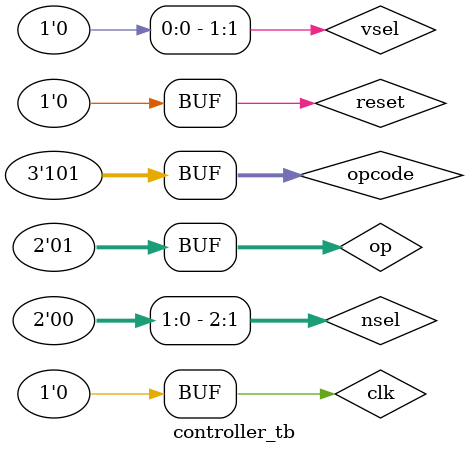
<source format=v>
/*module controller(clk, reset, opcode, op, cond, incp, execb, msel, mwrite, loadir, nsel, vsel, write, loada, loadb, loadc, loads, asel, bsel);
  input reset, clk;
  input [2:0] opcode, cond;
  input [1:0] op;
  output loadir, incp, execb, msel, mwrite, loada, loadb, loadc, loads, asel, bsel, write;
  output [2:0] nsel;
  output [1:0] vsel;
  wire [4:0] current_state, next_state_reset;
  reg [4:0] next_state;
  reg [16:0] out;
  //incp(1),execb(1),msel(1),mwrite(1),loadir(1),nsel(3),vsel(2),write(1),loada(1),loadb(1),loadc(1),loads(1),asel(1),bsel(1)
  `define HW  5
  `define H0  5'b00000//1st state after reset
  `define H1  5'b00001//2nd state
  `define H2  5'b00010//loadIR
  `define H3  5'b00011//update PC
  `define H4  5'b00100
  `define H5  5'b00101//read decode (opcode)
  `define H6  5'b00110//1st step in operation
  `define H7  5'b00111//2nd step in operation
  `define H8  5'b01000//3rd step in operation
  `define H9  5'b01001//4th step in operation
  `define H10 5'b01010
  `define H11 5'b01011

  vDFFE #(`HW) STATE(clk,1'b1, next_state_reset,current_state);
  assign next_state_reset= reset ? `H0 : next_state;

  always @(*) begin
    casex ({current_state,opcode,op})
    {`H0,3'bxxx,2'bxx} : {next_state,out} = {`H1,17'b00000000000000000};//1st state after reset
    {`H1,3'bxxx,2'bxx} : {next_state,out} = {`H2,17'b00000000000000000};//2nd state after reset
    {`H2,3'bxxx,2'bxx} : {next_state,out} = {`H3,17'b00001000000000000};//loadIR
    {`H3,3'bxxx,2'bxx} : {next_state,out} = {`H4,17'b10000000000000000};//update PC
    {`H4,3'bxxx,2'bxx} : {next_state,out} = {`H5,17'b00000000000000000};
    {`H5,3'bxxx,2'bxx} : {next_state,out} = {`H6,17'b00000000000000000};//decode state (reading decode)

    {`H6,3'b110,2'b10} : {next_state,out[16:12],out[11:9],out[8:0]} = {`H7,5'b00000,3'b001,9'b111000000}; //mov Rn,#<imm8>
    {`H7,3'b110,2'b10} : {next_state,out[16:12],out[11:9],out[8:0]} = {`H8,5'b00000,3'b100,9'b000001010};
    {`H8,3'b110,2'b10} : {next_state,out[16:12],out[11:9],out[8:0]} = {`H2,5'b00000,3'b010,9'b100000000};

    {`H6,3'b110,2'b00} : {next_state,out[16:12],out[11:9],out[8:0]} = {`H7,5'b00000,3'b100,9'b000010000}; //mov Rd,Rm{,<sh_op>}
    {`H7,3'b110,2'b00} : {next_state,out[16:12],out[11:9],out[8:0]} = {`H8,5'b00000,3'b100,9'b000001010};
    {`H8,3'b110,2'b00} : {next_state,out[16:12],out[11:9],out[8:0]} = {`H2,5'b00000,3'b010,9'b100000000};

    {`H6,3'b101,2'bx0} : {next_state,out[16:12],out[11:9],out[8:0]} = {`H7,5'b00000,3'b100,9'b000010000}; //ADD & AND
    {`H7,3'b101,2'bx0} : {next_state,out[16:12],out[11:9],out[8:0]} = {`H8,5'b00000,3'b001,9'b000100000};
    {`H8,3'b101,2'bx0} : {next_state,out[16:12],out[11:9],out[8:0]} = {`H9,5'b00000,3'b100,9'b000001000};
    {`H9,3'b101,2'bx0} : {next_state,out[16:12],out[11:9],out[8:0]} = {`H2,5'b00000,3'b010,9'b001000000};

    {`H6,3'b101,2'b11} : {next_state,out[16:12],out[11:9],out[8:0]} = {`H7,5'b00000,3'b100,9'b000010000}; //MVN
    {`H7,3'b101,2'b11} : {next_state,out[16:12],out[11:9],out[8:0]} = {`H8,5'b00000,3'b100,9'b000001010};
    {`H8,3'b101,2'b11} : {next_state,out[16:12],out[11:9],out[8:0]} = {`H2,5'b00000,3'b010,9'b001000000};

    {`H6,3'b101,2'b01} : {next_state,out[16:12],out[11:9],out[8:0]} = {`H7,5'b00000,3'b100,9'b000010000}; //CMP
    {`H7,3'b101,2'b01} : {next_state,out[16:12],out[11:9],out[8:0]} = {`H2,5'b00000,3'b001,9'b000100000};


    {`H5,3'b001,2'bxx} : {next_state,out[16:12],out[11:9],out[8:0]} = {`H6,5'b01000,3'b000,9'b000000000}; //B
    {`H6,3'b001,2'bxx} : {next_state,out[16:12],out[11:9],out[8:0]} = {`H2,5'b01000,3'b000,9'b000000000};
    default : {next_state,out}={22{1'bx}};
    endcase
  end
   //loadpc(1),msel(1),mwrite(1),loadir(1),nsel(3),vsel(2),write(1),looada(1),looadb(1),looadc(1),looads(1),asel(1),bsel(1)
  assign {incp,execb,msel,mwrite,loadir}={out[16:12]};
  assign {nsel,vsel}={out[11:7]};
  assign {write,loada,loadb,loadc,loads,asel,bsel}={out[6:0]};
endmodule*/

`define SET_PC1     5'b00000
`define SET_PC2     5'b00001
`define L_IR        5'b00010
`define UPDATE_PC1  5'b00011
`define UPDATE_PC2  5'b00100
`define DEC_READ_RN 5'b00101
`define MOV1        5'b00110
`define MOV2        5'b00111
`define MOV3        5'b01000
`define ALU1        5'b01001
`define ALU2        5'b01010
`define ALU3        5'b01011
`define ALU4        5'b01100
`define MEM1a       5'b01101
`define MEM2a       5'b01110
`define MEM3a       5'b01111
`define MEM4a       5'b10000
`define MEM1b       5'b10001
`define MEM2b       5'b10010
`define MEM3b       5'b10011
`define MEM4b       5'b10100
`define BRN1        5'b10101
`define BRN2        5'b10110
module controller(clk, reset, opcode, op, loadir, incp, execb, msel, mwrite, loada, loadb,
            asel, bsel, loadc, loads, write, nsel, vsel);
  input clk, reset;
  input [2:0] opcode;
  input [1:0] op;
  output loadir, incp, execb, msel, mwrite, loada, loadb, asel, bsel, loadc, loads, write;
  reg loadir, incp, execb, msel, mwrite, loada, loadb, asel, bsel, loadc, loads, write;
  output [1:0] nsel, vsel;
  reg [1:0] nsel, vsel;
  wire [4:0] state;
  reg [4:0] next_state;
  wire [4:0] next_state_reset;

  always @(*) begin
    casex({state, opcode, op})
      {`SET_PC1, 5'bxxxxx}: {next_state, loadir, incp, execb, msel, mwrite, nsel, vsel, loada, loadb, asel, bsel, loadc, loads, write} =
               {`SET_PC2, 16'b0000000000000000};
      {`SET_PC2, 5'bxxxxx}: {next_state, loadir, incp, execb, msel, mwrite, nsel, vsel, loada, loadb, asel, bsel, loadc, loads, write} =
               {`L_IR, 16'b0000000000000000};
      {`L_IR, 5'bxxxxx}: {next_state, loadir, incp, execb, msel, mwrite, nsel, vsel, loada, loadb, asel, bsel, loadc, loads, write} =
               {`UPDATE_PC1, 16'b1000000000000000};
      {`UPDATE_PC1, 5'bxxxxx}: {next_state, loadir, incp, execb, msel, mwrite, nsel, vsel, loada, loadb, asel, bsel, loadc, loads, write} =
               {`UPDATE_PC2, 16'b0100000000000000};
      {`UPDATE_PC2, 5'bxxxxx}: {next_state, loadir, incp, execb, msel, mwrite, nsel, vsel, loada, loadb, asel, bsel, loadc, loads, write} =
               {`DEC_READ_RN, 16'b0000000000000000};
      {`DEC_READ_RN, 5'b110x0}: {next_state, loadir, incp, execb, msel, mwrite, nsel, vsel, loada, loadb, asel, bsel, loadc, loads, write} =
               {`MOV1, 16'b0000000000000000};
      {`DEC_READ_RN, 5'b101xx}: {next_state, loadir, incp, execb, msel, mwrite, nsel, vsel, loada, loadb, asel, bsel, loadc, loads, write} =
               {`ALU1, 16'b0000000000000000};
      {`DEC_READ_RN, 5'b01100}: {next_state, loadir, incp, execb, msel, mwrite, nsel, vsel, loada, loadb, asel, bsel, loadc, loads, write} =
               {`MEM1a, 16'b0000000000000000};
      {`DEC_READ_RN, 5'b10000}: {next_state, loadir, incp, execb, msel, mwrite, nsel, vsel, loada, loadb, asel, bsel, loadc, loads, write} =
               {`MEM1b, 16'b0000000000000000};
      {`DEC_READ_RN, 5'b001xx}: {next_state, loadir, incp, execb, msel, mwrite, nsel, vsel, loada, loadb, asel, bsel, loadc, loads, write} =
               {`BRN1, 16'b0000000000000000};
      {`MOV1, 5'bxxx10}: {next_state, loadir, incp, execb,  msel, mwrite, nsel, vsel, loada, loadb, asel, bsel, loadc, loads, write} =
               {`L_IR, 16'b0000010100000001};
      {`MOV1, 5'bxxx00}: {next_state, loadir, incp, execb, msel, mwrite, nsel, vsel, loada, loadb, asel, bsel, loadc, loads, write} =
               {`MOV2, 16'b0000000000100000};
      {`MOV2, 5'bxxx00}: {next_state, loadir, incp, execb, msel, mwrite, nsel, vsel, loada, loadb, asel, bsel, loadc, loads, write} =
               {`MOV3, 16'b0000000000010100};
      {`MOV3, 5'bxxx00}: {next_state, loadir, incp, execb, msel, mwrite, nsel, vsel, loada, loadb, asel, bsel, loadc, loads, write} =
               {`L_IR, 16'b0000001000000001};
      {`ALU1, 5'bxxx00}: {next_state, loadir, incp, execb, msel, mwrite, nsel, vsel, loada, loadb, asel, bsel, loadc, loads, write} =
               {`ALU2, 16'b0000000000100000};
      {`ALU2, 5'bxxx00}: {next_state, loadir, incp, execb, msel, mwrite, nsel, vsel, loada, loadb, asel, bsel, loadc, loads, write} =
               {`ALU3, 16'b0000010001000000};
      {`ALU3, 5'bxxx00}: {next_state, loadir, incp, execb, msel, mwrite, nsel, vsel, loada, loadb, asel, bsel, loadc, loads, write} =
               {`ALU4, 16'b0000000000000100};
      {`ALU4, 5'bxxx00}: {next_state, loadir, incp, execb, msel, mwrite, nsel, vsel, loada, loadb, asel, bsel, loadc, loads, write} =
               {`L_IR, 16'b0000001000000001};
      {`ALU1, 5'bxxx01}: {next_state, loadir, incp, execb, msel, mwrite, nsel, vsel, loada, loadb, asel, bsel, loadc, loads, write} =
               {`ALU2, 16'b0000000000100000};
      {`ALU2, 5'bxxx01}: {next_state, loadir, incp, execb, msel, mwrite, nsel, vsel, loada, loadb, asel, bsel, loadc, loads, write} =
               {`ALU3, 16'b0000010001000000};
      {`ALU3, 5'bxxx01}: {next_state, loadir, incp, execb, msel, mwrite, nsel, vsel, loada, loadb, asel, bsel, loadc, loads, write} =
               {`L_IR, 16'b0000000000000010};
      {`ALU1, 5'bxxx10}: {next_state, loadir, incp, execb, msel, mwrite, nsel, vsel, loada, loadb, asel, bsel, loadc, loads, write} =
               {`ALU2, 16'b0000000000100000};
      {`ALU2, 5'bxxx10}: {next_state, loadir, incp, execb, msel, mwrite, nsel, vsel, loada, loadb, asel, bsel, loadc, loads, write} =
               {`ALU3, 16'b0000010001000000};
      {`ALU3, 5'bxxx10}: {next_state, loadir, incp, execb, msel, mwrite, nsel, vsel, loada, loadb, asel, bsel, loadc, loads, write} =
               {`ALU4, 16'b0000000000000100};
      {`ALU4, 5'bxxx10}: {next_state, loadir, incp, execb, msel, mwrite, nsel, vsel, loada, loadb, asel, bsel, loadc, loads, write} =
               {`L_IR, 16'b0000001000000001};
      {`ALU1, 5'bxxx11}: {next_state, loadir, incp, execb, msel, mwrite, nsel, vsel, loada, loadb, asel, bsel, loadc, loads, write} =
               {`ALU2, 16'b0000000000100000};
      {`ALU2, 5'bxxx11}: {next_state, loadir, incp, execb, msel, mwrite, nsel, vsel, loada, loadb, asel, bsel, loadc, loads, write} =
               {`ALU3, 16'b0000000000010100};
      {`ALU3, 5'bxxx11}: {next_state, loadir, incp, execb, msel, mwrite, nsel, vsel, loada, loadb, asel, bsel, loadc, loads, write} =
               {`L_IR, 16'b0000001000000001};
      {`MEM1a, 5'b011xx}: {next_state, loadir, incp, execb, msel, mwrite, nsel, vsel, loada, loadb, asel, bsel, loadc, loads, write} =
               {`MEM2a, 16'b0000010001000000};
      {`MEM2a, 5'b011xx}: {next_state, loadir, incp, execb, msel, mwrite, nsel, vsel, loada, loadb, asel, bsel, loadc, loads, write} =
               {`MEM3a, 16'b0000000000001100};
      {`MEM3a, 5'b011xx}: {next_state, loadir, incp, execb, msel, mwrite, nsel, vsel, loada, loadb, asel, bsel, loadc, loads, write} =
               {`MEM4a, 16'b0001000000000000};
      {`MEM4a, 5'b011xx}: {next_state, loadir, incp, execb, msel, mwrite, nsel, vsel, loada, loadb, asel, bsel, loadc, loads, write} =
               {`L_IR, 16'b0001001110000001};
      {`MEM1b, 5'b100xx}: {next_state, loadir, incp, execb, msel, mwrite, nsel, vsel, loada, loadb, asel, bsel, loadc, loads, write} =
               {`MEM2b, 16'b0000010001000000};
      {`MEM2b, 5'b100xx}: {next_state, loadir, incp, execb, msel, mwrite, nsel, vsel, loada, loadb, asel, bsel, loadc, loads, write} =
               {`MEM3b, 16'b0000000000001100};
      {`MEM3b, 5'b100xx}: {next_state, loadir, incp, execb, msel, mwrite, nsel, vsel, loada, loadb, asel, bsel, loadc, loads, write} =
               {`MEM4b, 16'b0000001000100000};
      {`MEM4b, 5'b100xx}: {next_state, loadir, incp, execb, msel, mwrite, nsel, vsel, loada, loadb, asel, bsel, loadc, loads, write} =
               {`L_IR, 16'b0001100000000000};
      {`BRN1,5'b001xx} : {next_state, loadir, incp, execb, msel, mwrite, nsel, vsel, loada, loadb, asel, bsel, loadc, loads, write} =
               {`BRN2, 16'b0010000000000000};
      {`BRN2,5'b001xx} : {next_state, loadir, incp, execb, msel, mwrite, nsel, vsel, loada, loadb, asel, bsel, loadc, loads, write} =
               {`L_IR, 16'b0010000000000000};
      default: {next_state, loadir, incp, execb, msel, mwrite, nsel, vsel, loada, loadb, asel, bsel, loadc, loads, write} = {21{1'bx}};
    endcase
  end
  assign next_state_reset = reset ? `SET_PC1 : next_state;
  vDFFE #(5) stateDFF(clk, 1'b1, next_state_reset, state);
endmodule









module controller_tb();
  reg reset, clk;
  reg [2:0] opcode;
  reg [1:0] op;
  wire loadir, loadpc, msel, mwrite, looada, looadb, looadc, looads, asel, bsel, write;
  wire [2:0] nsel;
  wire [1:0] vsel;
  controller dut(clk, reset, opcode, op, loadpc, msel, mwrite, loadir, nsel, vsel, write, looada, looadb, looadc, looads, asel, bsel);

  initial begin
    clk=1'b0;reset=1'b1;opcode=3'b110; op=2'b10;
    #100

    clk=1'b1;reset=1'b0;
    #100
    clk=1'b0;
    #100

    clk=1'b1;
    #100
    clk=1'b0;
    #100

    clk=1'b1;
    #100
    clk=1'b0;
    #100

    clk=1'b1;
    #100
    clk=1'b0;
    #100

    clk=1'b1;//enter mov function
    #100
    clk=1'b0;
    #100

    clk=1'b1;
    #100
    clk=1'b0;
    #100

    clk=1'b1;
    #100
    clk=1'b0;
    #100     //get output here

    clk=1'b1;opcode=3'b101; op=2'b00;
    #100
    clk=1'b0;
    #100;

    clk=1'b1;
    #100
    clk=1'b0;
    #100;

    clk=1'b1;
    #100
    clk=1'b0;
    #100;

    clk=1'b1;
    #100
    clk=1'b0;
    #100;

    clk=1'b1;
    #100
    clk=1'b0;
    #100;     //finish ADD

    clk=1'b1;opcode=3'b101;op=2'b01;
    #100
    clk=1'b0;
    #100;

    clk=1'b1;
    #100
    clk=1'b0;
    #100;

    clk=1'b1;
    #100
    clk=1'b0;
    #100;

    clk=1'b1;
    #100
    clk=1'b0;
    #100;

    clk=1'b1;
    #100
    clk=1'b0;
    #100;

    clk=1'b1;
    #100
    clk=1'b0;
    #100;
  end
endmodule

</source>
